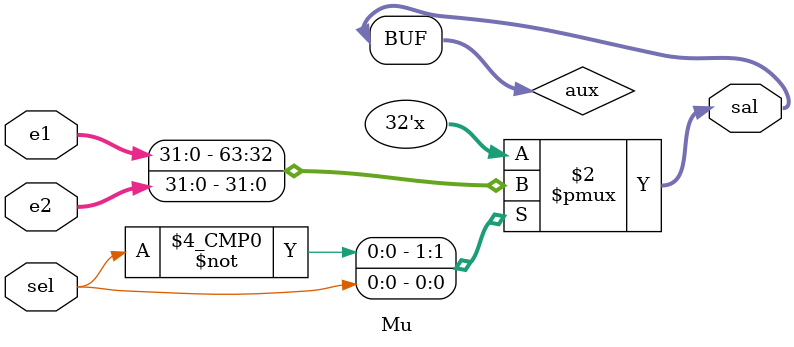
<source format=v>
module Mu(
    input [31:0] e1,
    input [31:0] e2,
    input wire sel,
    output [31:0] sal
);
reg [31:0] aux;

always@(*)
    begin
        case(sel)
            1'b0:
                aux = e1;
            1'b1:
                aux = e2;
        endcase
    end
assign sal = aux;

endmodule
</source>
